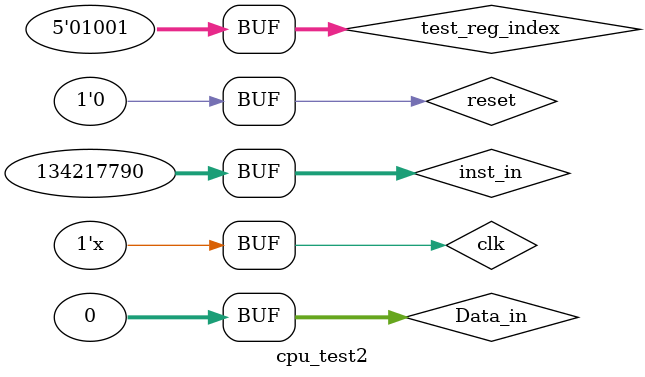
<source format=v>
`timescale 1ns / 1ps


module cpu_test2;

	// Inputs
	reg [31:0] inst_in;
	reg [31:0] Data_in;
	reg clk;
	reg reset;
	reg [4:0] test_reg_index;

	// Outputs
	wire MemW;
	wire [31:0] Addr_out;
	wire [31:0] Data_out;
	wire [31:0] PC_out;
	wire [31:0] test_reg_result;

	// Instantiate the Unit Under Test (UUT)
	SCPU_v1 uut (
		.inst_in(inst_in), 
		.Data_in(Data_in), 
		.clk(clk), 
		.reset(reset), 
		.MemW(MemW), 
		.Addr_out(Addr_out), 
		.Data_out(Data_out), 
		.PC_out(PC_out), 
		.test_reg_index(test_reg_index), 
		.test_reg_result(test_reg_result)
	);

	initial begin
		// Initialize Inputs
		inst_in = 0;
		Data_in = 0;
		clk = 0;
		reset = 1;
		test_reg_index = 0;

		// Wait 100 ns for global reset to finish
		#100;
		reset = 0;
		// Add stimulus here
		inst_in = 32'h08000008;
		#40;
		
		inst_in = 32'h00000827;
		test_reg_index = 1;
		#40;
		inst_in = 32'h00211820;
		test_reg_index = 3;
		#40;
		inst_in = 32'h00631820;
		#40;
		inst_in = 32'h00631820;
		#40;
		inst_in = 32'h00631820;
		#40;
		inst_in = 32'h00631820;
		#40;
		inst_in = 32'h00631820;
		#40;
		inst_in = 32'h0060A027;
		test_reg_index = 20;
		#40;
		inst_in = 32'h00631820;
		test_reg_index = 3;
		#40;
		inst_in = 32'h00631820;
		#40;
		inst_in = 32'h00631820;
		#40;
		inst_in = 32'h00631820;
		#40;
		inst_in = 32'h00631820;
		#40;
		inst_in = 32'h00631820;
		#40;
		inst_in = 32'h00631820;
		#40;
		inst_in = 32'h00631820;
		#40;
		
		inst_in = 32'h00631820;
		#40;
		inst_in = 32'h00631820;
		#40;
		inst_in = 32'h00631820;
		#40;
		inst_in = 32'h00631820;
		#40;
		
		inst_in = 32'h00631820;
		#40;
		inst_in = 32'h00631820;
		#40;
		inst_in = 32'h00631820;
		#40;
		inst_in = 32'h00631820;
		#40;
		inst_in = 32'h00631820;
		#40;
		inst_in = 32'h00631820;
		#40;
		inst_in = 32'h00631820;
		#40;
		inst_in = 32'h00631820;
		#40;
		
		inst_in = 32'h00633020;
		test_reg_index = 6;
		#40;
		inst_in = 32'h00C61820;
		test_reg_index = 3;
		#40;
		inst_in = 32'h00632020;
		test_reg_index = 4;
		#40;
		inst_in = 32'h00846820;
		test_reg_index = 13;
		#40;
		inst_in = 32'h01AD4020;
		test_reg_index = 8;
		#40;
		inst_in = 32'h0020102A;
		test_reg_index = 2;
		#40;
		inst_in = 32'h00427020;
		test_reg_index = 14;
		#40;
		inst_in = 32'h01CE7020;
		test_reg_index = 14;
		#40;
		inst_in = 32'h00005027;
		test_reg_index = 10;
		#40;
		inst_in = 32'h014A5020;
		test_reg_index = 10;
		#40;
		inst_in = 32'hAC660004;
		test_reg_index = 6;
		#40;
		inst_in = 32'h8C650000;
		test_reg_index = 5;
		Data_in = 32'h00000001;
		#40;
		inst_in = 32'h00A52820;
		test_reg_index = 5;
		#40;
		inst_in = 32'h00A52820;
		test_reg_index = 5;
		#40;
		inst_in = 32'hAC650000;
		#40;
		inst_in = 32'h01224820;
		test_reg_index = 9;
		#40;
		inst_in = 32'hAC890000;
		#40;
		inst_in = 32'h8C0D0020;
		test_reg_index = 13;
		Data_in = 32'h00000000;
		#40;
		inst_in = 32'h8C650000;
		Data_in = 32'h00000001;
		test_reg_index = 5;
		#40;
		inst_in = 32'h00A52820;
		#40;
		inst_in = 32'h00A52820;
		#40;
		inst_in = 32'hAC650000;
		#40;
		inst_in = 32'h8C650000;
		#40;
		inst_in = 32'h00A85824;
		test_reg_index = 11;
		#40;
		inst_in = 32'h01A26820;
		test_reg_index = 13;
		#40;
		inst_in = 32'h11A00017;
		#40;
		inst_in = 32'h8C650000;
		test_reg_index = 5;
		//Data_in = 32'h00000010;
		Data_in = 32'h00000000;
		#40;
		inst_in = 32'h01CE9020;
		test_reg_index = 18;
		#40;
		inst_in = 32'h0252B020;
		test_reg_index = 22;
		#40;
		inst_in = 32'h02569020;
		test_reg_index = 18;
		#40;
		inst_in = 32'h00B25824;
		test_reg_index = 11;
		#40;
		inst_in = 32'h11600005;
		#40;
		inst_in = 32'h1172000A;
		#40;
		inst_in = 32'h01CE9020;
		test_reg_index = 18;
		#40;
		inst_in = 32'h1172000B;
		#40;
		inst_in = 32'hAC890000;
		#40;
		inst_in = 32'h08000036;
		#40;
		inst_in = 32'h11410001;
		#40;
		inst_in = 32'h0800004D;
		#40;
		inst_in = 32'h00005027;
		test_reg_index = 10;
		#40;
		inst_in = 32'h014A5020;
		#40;
		inst_in = 32'hAC8A0000;
		#40;
		inst_in = 32'h08000036;
		#40;
		inst_in = 32'h8E290096;
		test_reg_index = 9;
		#40;
		inst_in = 32'hAC890000;
		#40;
		inst_in = 32'h08000036;
		#40;
		inst_in = 32'h8E290032;
		#40; 
		inst_in = 32'hAC890000;
		#40;
		inst_in = 32'h08000036;
		#40;
		inst_in = 32'h8C0D0020;
		#40;
		inst_in = 32'h014A5020;
		#40;
		inst_in = 32'h01425025;
		#40;
		inst_in = 32'h022E8820;
		#40;
		inst_in = 32'h02348824;
		#40;
		inst_in = 32'h01224820;
		#40;
		inst_in = 32'h11210001;
		#40;
		inst_in = 32'h0800005F;
		#40;
		inst_in = 32'h000E4820;
		#40;
		inst_in = 32'h01224820;
		#40;
		inst_in = 32'h8C650000;
		#40;
		inst_in = 32'h00A55820;
		#40;
		inst_in = 32'h016B5820;
		#40;
		inst_in = 32'hAC6B0000;
		#40;
		inst_in = 32'hAC660004;
		#40;
		inst_in = 32'h8C650000;
		#40;
		inst_in = 32'h00A85824;
		#40;
		inst_in = 32'h0800003E;
		#40;
		

	end
	
	always @ * begin
		#20;
		clk <= ~clk;
	end
      
endmodule


</source>
